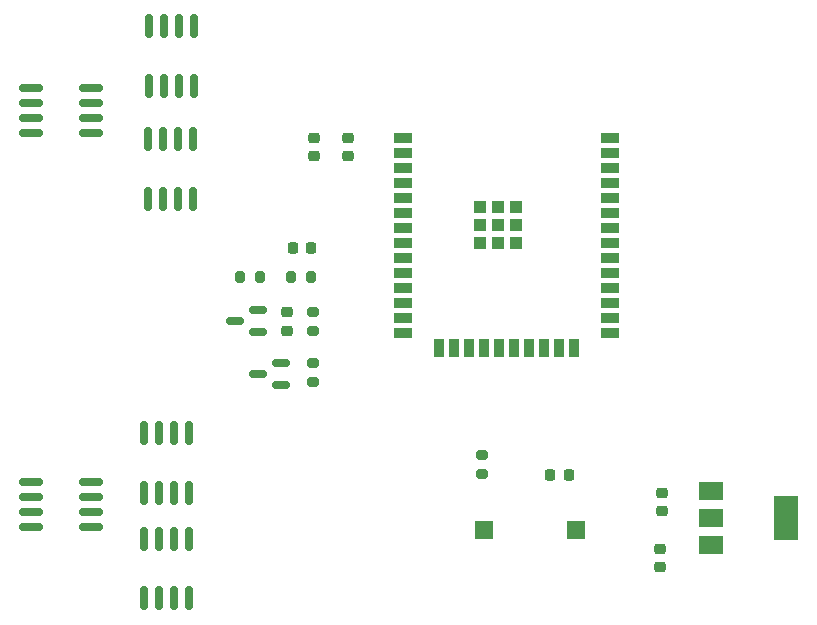
<source format=gbr>
%TF.GenerationSoftware,KiCad,Pcbnew,6.0.8+dfsg-1~bpo11+1*%
%TF.CreationDate,2022-11-14T19:08:56+01:00*%
%TF.ProjectId,Voiture_RC,566f6974-7572-4655-9f52-432e6b696361,rev?*%
%TF.SameCoordinates,Original*%
%TF.FileFunction,Paste,Top*%
%TF.FilePolarity,Positive*%
%FSLAX46Y46*%
G04 Gerber Fmt 4.6, Leading zero omitted, Abs format (unit mm)*
G04 Created by KiCad (PCBNEW 6.0.8+dfsg-1~bpo11+1) date 2022-11-14 19:08:56*
%MOMM*%
%LPD*%
G01*
G04 APERTURE LIST*
G04 Aperture macros list*
%AMRoundRect*
0 Rectangle with rounded corners*
0 $1 Rounding radius*
0 $2 $3 $4 $5 $6 $7 $8 $9 X,Y pos of 4 corners*
0 Add a 4 corners polygon primitive as box body*
4,1,4,$2,$3,$4,$5,$6,$7,$8,$9,$2,$3,0*
0 Add four circle primitives for the rounded corners*
1,1,$1+$1,$2,$3*
1,1,$1+$1,$4,$5*
1,1,$1+$1,$6,$7*
1,1,$1+$1,$8,$9*
0 Add four rect primitives between the rounded corners*
20,1,$1+$1,$2,$3,$4,$5,0*
20,1,$1+$1,$4,$5,$6,$7,0*
20,1,$1+$1,$6,$7,$8,$9,0*
20,1,$1+$1,$8,$9,$2,$3,0*%
G04 Aperture macros list end*
%ADD10RoundRect,0.200000X0.275000X-0.200000X0.275000X0.200000X-0.275000X0.200000X-0.275000X-0.200000X0*%
%ADD11R,1.500000X1.500000*%
%ADD12R,2.000000X1.500000*%
%ADD13R,2.000000X3.800000*%
%ADD14RoundRect,0.200000X-0.200000X-0.275000X0.200000X-0.275000X0.200000X0.275000X-0.200000X0.275000X0*%
%ADD15R,1.500000X0.900000*%
%ADD16R,0.900000X1.500000*%
%ADD17R,1.050000X1.050000*%
%ADD18RoundRect,0.162500X-0.825000X-0.162500X0.825000X-0.162500X0.825000X0.162500X-0.825000X0.162500X0*%
%ADD19RoundRect,0.225000X0.250000X-0.225000X0.250000X0.225000X-0.250000X0.225000X-0.250000X-0.225000X0*%
%ADD20RoundRect,0.162500X-0.162500X0.825000X-0.162500X-0.825000X0.162500X-0.825000X0.162500X0.825000X0*%
%ADD21RoundRect,0.225000X-0.225000X-0.250000X0.225000X-0.250000X0.225000X0.250000X-0.225000X0.250000X0*%
%ADD22RoundRect,0.150000X0.587500X0.150000X-0.587500X0.150000X-0.587500X-0.150000X0.587500X-0.150000X0*%
%ADD23RoundRect,0.225000X-0.250000X0.225000X-0.250000X-0.225000X0.250000X-0.225000X0.250000X0.225000X0*%
%ADD24RoundRect,0.225000X0.225000X0.250000X-0.225000X0.250000X-0.225000X-0.250000X0.225000X-0.250000X0*%
%ADD25RoundRect,0.200000X-0.275000X0.200000X-0.275000X-0.200000X0.275000X-0.200000X0.275000X0.200000X0*%
G04 APERTURE END LIST*
D10*
%TO.C,R4*%
X95900000Y-72200000D03*
X95900000Y-70550000D03*
%TD*%
D11*
%TO.C,Reset1*%
X110400000Y-84700000D03*
X118200000Y-84700000D03*
%TD*%
D12*
%TO.C,U2*%
X129650000Y-81350000D03*
X129650000Y-83650000D03*
D13*
X135950000Y-83650000D03*
D12*
X129650000Y-85950000D03*
%TD*%
D14*
%TO.C,R2*%
X94075000Y-63250000D03*
X95725000Y-63250000D03*
%TD*%
D15*
%TO.C,U1*%
X103550000Y-51500000D03*
X103550000Y-52770000D03*
X103550000Y-54040000D03*
X103550000Y-55310000D03*
X103550000Y-56580000D03*
X103550000Y-57850000D03*
X103550000Y-59120000D03*
X103550000Y-60390000D03*
X103550000Y-61660000D03*
X103550000Y-62930000D03*
X103550000Y-64200000D03*
X103550000Y-65470000D03*
X103550000Y-66740000D03*
X103550000Y-68010000D03*
D16*
X106590000Y-69260000D03*
X107860000Y-69260000D03*
X109130000Y-69260000D03*
X110400000Y-69260000D03*
X111670000Y-69260000D03*
X112940000Y-69260000D03*
X114210000Y-69260000D03*
X115480000Y-69260000D03*
X116750000Y-69260000D03*
X118020000Y-69260000D03*
D15*
X121050000Y-68010000D03*
X121050000Y-66740000D03*
X121050000Y-65470000D03*
X121050000Y-64200000D03*
X121050000Y-62930000D03*
X121050000Y-61660000D03*
X121050000Y-60390000D03*
X121050000Y-59120000D03*
X121050000Y-57850000D03*
X121050000Y-56580000D03*
X121050000Y-55310000D03*
X121050000Y-54040000D03*
X121050000Y-52770000D03*
X121050000Y-51500000D03*
D17*
X110095000Y-57315000D03*
X111620000Y-57315000D03*
X111620000Y-60365000D03*
X110095000Y-58840000D03*
X113145000Y-57315000D03*
X111620000Y-58840000D03*
X110095000Y-60365000D03*
X113145000Y-58840000D03*
X113145000Y-60365000D03*
%TD*%
D18*
%TO.C,U3*%
X72062500Y-80595000D03*
X72062500Y-81865000D03*
X72062500Y-83135000D03*
X72062500Y-84405000D03*
X77137500Y-84405000D03*
X77137500Y-83135000D03*
X77137500Y-81865000D03*
X77137500Y-80595000D03*
%TD*%
D19*
%TO.C,C2*%
X98850000Y-53025000D03*
X98850000Y-51475000D03*
%TD*%
D20*
%TO.C,Q3*%
X85455000Y-76462500D03*
X84185000Y-76462500D03*
X82915000Y-76462500D03*
X81645000Y-76462500D03*
X81645000Y-81537500D03*
X82915000Y-81537500D03*
X84185000Y-81537500D03*
X85455000Y-81537500D03*
%TD*%
D21*
%TO.C,C3*%
X94225000Y-60800000D03*
X95775000Y-60800000D03*
%TD*%
D14*
%TO.C,R1*%
X89750000Y-63250000D03*
X91400000Y-63250000D03*
%TD*%
D22*
%TO.C,Q1*%
X91237500Y-67950000D03*
X91237500Y-66050000D03*
X89362500Y-67000000D03*
%TD*%
D18*
%TO.C,U4*%
X72062500Y-47245000D03*
X72062500Y-48515000D03*
X72062500Y-49785000D03*
X72062500Y-51055000D03*
X77137500Y-51055000D03*
X77137500Y-49785000D03*
X77137500Y-48515000D03*
X77137500Y-47245000D03*
%TD*%
D20*
%TO.C,Q4*%
X85455000Y-85412500D03*
X84185000Y-85412500D03*
X82915000Y-85412500D03*
X81645000Y-85412500D03*
X81645000Y-90487500D03*
X82915000Y-90487500D03*
X84185000Y-90487500D03*
X85455000Y-90487500D03*
%TD*%
D19*
%TO.C,C1*%
X96040000Y-53025000D03*
X96040000Y-51475000D03*
%TD*%
D23*
%TO.C,C5*%
X125300000Y-86275000D03*
X125300000Y-87825000D03*
%TD*%
D20*
%TO.C,Q6*%
X85755000Y-51562500D03*
X84485000Y-51562500D03*
X83215000Y-51562500D03*
X81945000Y-51562500D03*
X81945000Y-56637500D03*
X83215000Y-56637500D03*
X84485000Y-56637500D03*
X85755000Y-56637500D03*
%TD*%
D24*
%TO.C,C7*%
X117575000Y-80050000D03*
X116025000Y-80050000D03*
%TD*%
D19*
%TO.C,C6*%
X125500000Y-83075000D03*
X125500000Y-81525000D03*
%TD*%
D25*
%TO.C,R5*%
X110250000Y-78325000D03*
X110250000Y-79975000D03*
%TD*%
D20*
%TO.C,Q5*%
X85855000Y-42062500D03*
X84585000Y-42062500D03*
X83315000Y-42062500D03*
X82045000Y-42062500D03*
X82045000Y-47137500D03*
X83315000Y-47137500D03*
X84585000Y-47137500D03*
X85855000Y-47137500D03*
%TD*%
D23*
%TO.C,C4*%
X93750000Y-66275000D03*
X93750000Y-67825000D03*
%TD*%
D25*
%TO.C,R3*%
X95950000Y-66225000D03*
X95950000Y-67875000D03*
%TD*%
D22*
%TO.C,Q2*%
X93187500Y-72450000D03*
X93187500Y-70550000D03*
X91312500Y-71500000D03*
%TD*%
M02*

</source>
